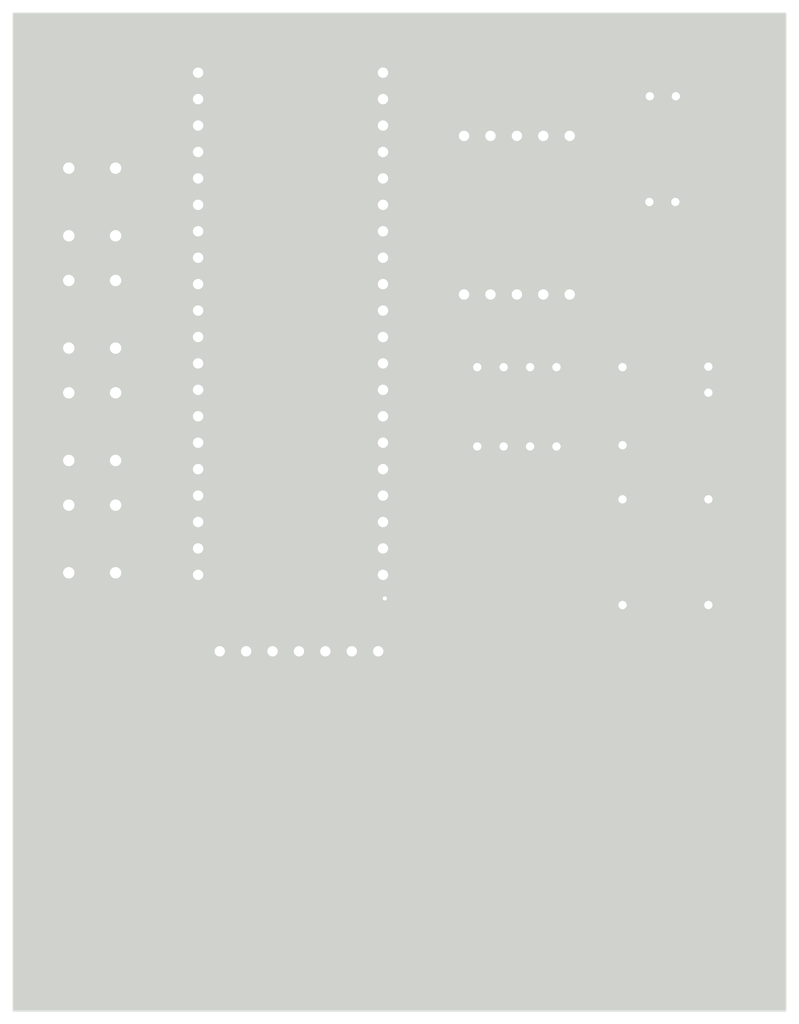
<source format=kicad_pcb>
(kicad_pcb (version 20221018) (generator pcbnew)
  (layers (0 "F.Cu" signal) (31 "B.Cu" signal) (34 "B.Paste" user) (35 "F.Paste" user) (36 "B.SilkS" user "B.Silkscreen") (37 "F.SilkS" user "F.Silkscreen") (38 "B.Mask" user) (39 "F.Mask" user) (44 "Edge.Cuts" user))
  (net 0 "")
  (net 1 "Net-(U2-ROUT)")
  (net 2 "Net-(U3-+)")
  (net 3 "GND")
  (net 4 "Net-(C3-Pad1)")
  (net 5 "Net-(C3-Pad2)")
  (net 6 "Net-(C4-Pad1)")
  (net 7 "Net-(DISP1-SCLK)")
  (net 8 "Net-(DISP1-SDA)")
  (net 9 "Net-(DISP1-RES)")
  (net 10 "Net-(DISP1-DC)")
  (net 11 "Net-(DISP1-CS)")
  (net 12 "Net-(U1-GP15)")
  (net 13 "Net-(U1-GP14)")
  (net 14 "Net-(U1-GP13)")
  (net 15 "Net-(U1-GP12)")
  (net 34 "Net-(U1-GP26{slash}ADC0)")
  (net 35 "Net-(U1-GP27{slash}ADC1)")
  (net 50 "VCC")
  (footprint "Resistor_THT:R_Axial_DIN0207_L6.3mm_D2.5mm_P10.16mm_Horizontal" (layer "F.Cu") (at 187.5 101.325 90)
    (fp_text reference "R2" (at 5.08 -2.37 90) (layer "F.SilkS"))
    (fp_text value "8")
    (pad "1" thru_hole circle (at 0 0 90) (size 1.6 1.6) (drill 0.8) (layers "*.Cu" "*.Mask") (net 3 "GND"))
    (pad "2" thru_hole oval (at 10.16 0 90) (size 1.6 1.6) (drill 0.8) (layers "*.Cu" "*.Mask") (net 4 "Net-(C3-Pad1)"))
  )
  (footprint "ECE:RDA5807M_Module_TH" (layer "F.Cu") (at 169.085 63.86 90)
    (fp_text reference "U2" (at 0.5 -8.5 90 unlocked) (layer "F.SilkS") (effects (font (size 2 2) (thickness 0.25))))
    (fp_text value "RDA5807M_Module")
    (pad "1" thru_hole rect (at -7.62 -5.08 270) (size 1.7 1.7) (drill 1) (layers "*.Cu" "*.Mask") (net 34 "Net-(U1-GP26{slash}ADC0)"))
    (pad "2" thru_hole circle (at -7.62 -2.54 270) (size 1.7 1.7) (drill 1) (layers "*.Cu" "*.Mask") (net 35 "Net-(U1-GP27{slash}ADC1)"))
    (pad "3" thru_hole circle (at -7.62 0 270) (size 1.7 1.7) (drill 1) (layers "*.Cu" "*.Mask"))
    (pad "4" thru_hole circle (at -7.62 2.54 270) (size 1.7 1.7) (drill 1) (layers "*.Cu" "*.Mask"))
    (pad "5" thru_hole circle (at -7.62 5.08 270) (size 1.7 1.7) (drill 1) (layers "*.Cu" "*.Mask") (net 50 "VCC"))
    (pad "6" thru_hole circle (at 7.62 5.08 270) (size 1.7 1.7) (drill 1) (layers "*.Cu" "*.Mask") (net 3 "GND"))
    (pad "7" thru_hole circle (at 7.62 2.54 270) (size 1.7 1.7) (drill 1) (layers "*.Cu" "*.Mask") (net 1 "Net-(U2-ROUT)"))
    (pad "8" thru_hole circle (at 7.62 0 270) (size 1.7 1.7) (drill 1) (layers "*.Cu" "*.Mask"))
    (pad "9" thru_hole circle (at 7.62 -2.54 270) (size 1.7 1.7) (drill 1) (layers "*.Cu" "*.Mask"))
    (pad "10" thru_hole circle (at 7.62 -5.08 270) (size 1.7 1.7) (drill 1) (layers "*.Cu" "*.Mask"))
  )
  (footprint "Capacitor_THT:CP_Radial_D6.3mm_P2.50mm" (layer "F.Cu") (at 187.5 80.91738 90)
    (fp_text reference "C3" (at 1.25 -4.4 90) (layer "F.SilkS"))
    (fp_text value "470uF")
    (pad "1" thru_hole rect (at 0 0 90) (size 1.6 1.6) (drill 0.8) (layers "*.Cu" "*.Mask") (net 4 "Net-(C3-Pad1)"))
    (pad "2" thru_hole circle (at 2.5 0 90) (size 1.6 1.6) (drill 0.8) (layers "*.Cu" "*.Mask") (net 5 "Net-(C3-Pad2)"))
  )
  (footprint "ECE:OLED_Display_1.3" (layer "F.Cu") (at 130.39 137.72)
    (fp_text reference "DISP1" (at 18.29 -20.46 unlocked) (layer "F.SilkS"))
    (fp_text value "OLED Display")
    (pad "1" thru_hole rect (at 10.12 -31.95 270) (size 1.7 1.7) (drill 1) (layers "*.Cu" "*.Mask") (net 3 "GND"))
    (pad "2" thru_hole circle (at 12.66 -31.95 270) (size 1.7 1.7) (drill 1) (layers "*.Cu" "*.Mask") (net 50 "VCC"))
    (pad "3" thru_hole circle (at 15.2 -31.95 270) (size 1.7 1.7) (drill 1) (layers "*.Cu" "*.Mask") (net 7 "Net-(DISP1-SCLK)"))
    (pad "4" thru_hole circle (at 17.74 -31.95 270) (size 1.7 1.7) (drill 1) (layers "*.Cu" "*.Mask") (net 8 "Net-(DISP1-SDA)"))
    (pad "5" thru_hole circle (at 20.28 -31.95 270) (size 1.7 1.7) (drill 1) (layers "*.Cu" "*.Mask") (net 9 "Net-(DISP1-RES)"))
    (pad "6" thru_hole circle (at 22.82 -31.95 270) (size 1.7 1.7) (drill 1) (layers "*.Cu" "*.Mask") (net 10 "Net-(DISP1-DC)"))
    (pad "7" thru_hole circle (at 25.36 -31.95 270) (size 1.7 1.7) (drill 1) (layers "*.Cu" "*.Mask") (net 11 "Net-(DISP1-CS)"))
  )
  (footprint "Capacitor_THT:CP_Radial_D6.3mm_P2.50mm" (layer "F.Cu") (at 181.825 62.59)
    (fp_text reference "C2" (at 1.25 -4.4) (layer "F.SilkS"))
    (fp_text value "10uF")
    (pad "1" thru_hole rect (at 0 0) (size 1.6 1.6) (drill 0.8) (layers "*.Cu" "*.Mask") (net 3 "GND"))
    (pad "2" thru_hole circle (at 2.5 0) (size 1.6 1.6) (drill 0.8) (layers "*.Cu" "*.Mask") (net 50 "VCC"))
  )
  (footprint "ECE:RPi_Pico_TH" (layer "F.Cu") (at 147.32 74.295)
    (fp_text reference "U1" (at 0 0 unlocked) (layer "F.SilkS") (effects (font (size 2 2))))
    (fp_text value "RPi_Pico_TH")
    (pad "1" thru_hole rect (at -8.89 -24.13) (size 1.7 1.7) (drill 1) (layers "*.Cu" "*.Mask"))
    (pad "2" thru_hole circle (at -8.89 -21.59) (size 1.7 1.7) (drill 1) (layers "*.Cu" "*.Mask"))
    (pad "3" thru_hole circle (at -8.89 -19.05) (size 1.7 1.7) (drill 1) (layers "*.Cu" "*.Mask") (net 3 "GND"))
    (pad "4" thru_hole circle (at -8.89 -16.51) (size 1.7 1.7) (drill 1) (layers "*.Cu" "*.Mask"))
    (pad "5" thru_hole circle (at -8.89 -13.97) (size 1.7 1.7) (drill 1) (layers "*.Cu" "*.Mask"))
    (pad "6" thru_hole circle (at -8.89 -11.43) (size 1.7 1.7) (drill 1) (layers "*.Cu" "*.Mask"))
    (pad "7" thru_hole circle (at -8.89 -8.89) (size 1.7 1.7) (drill 1) (layers "*.Cu" "*.Mask"))
    (pad "8" thru_hole circle (at -8.89 -6.35) (size 1.7 1.7) (drill 1) (layers "*.Cu" "*.Mask"))
    (pad "9" thru_hole circle (at -8.89 -3.81) (size 1.7 1.7) (drill 1) (layers "*.Cu" "*.Mask"))
    (pad "10" thru_hole circle (at -8.89 -1.27) (size 1.7 1.7) (drill 1) (layers "*.Cu" "*.Mask"))
    (pad "11" thru_hole circle (at -8.89 1.27) (size 1.7 1.7) (drill 1) (layers "*.Cu" "*.Mask"))
    (pad "12" thru_hole circle (at -8.89 3.81) (size 1.7 1.7) (drill 1) (layers "*.Cu" "*.Mask"))
    (pad "13" thru_hole circle (at -8.89 6.35) (size 1.7 1.7) (drill 1) (layers "*.Cu" "*.Mask"))
    (pad "14" thru_hole circle (at -8.89 8.89) (size 1.7 1.7) (drill 1) (layers "*.Cu" "*.Mask"))
    (pad "15" thru_hole circle (at -8.89 11.43) (size 1.7 1.7) (drill 1) (layers "*.Cu" "*.Mask"))
    (pad "16" thru_hole circle (at -8.89 13.97) (size 1.7 1.7) (drill 1) (layers "*.Cu" "*.Mask") (net 15 "Net-(U1-GP12)"))
    (pad "17" thru_hole circle (at -8.89 16.51) (size 1.7 1.7) (drill 1) (layers "*.Cu" "*.Mask") (net 14 "Net-(U1-GP13)"))
    (pad "18" thru_hole circle (at -8.89 19.05) (size 1.7 1.7) (drill 1) (layers "*.Cu" "*.Mask"))
    (pad "19" thru_hole circle (at -8.89 21.59) (size 1.7 1.7) (drill 1) (layers "*.Cu" "*.Mask") (net 13 "Net-(U1-GP14)"))
    (pad "20" thru_hole circle (at -8.89 24.13) (size 1.7 1.7) (drill 1) (layers "*.Cu" "*.Mask") (net 12 "Net-(U1-GP15)"))
    (pad "21" thru_hole circle (at 8.89 24.13) (size 1.7 1.7) (drill 1) (layers "*.Cu" "*.Mask"))
    (pad "22" thru_hole circle (at 8.89 21.59) (size 1.7 1.7) (drill 1) (layers "*.Cu" "*.Mask") (net 11 "Net-(DISP1-CS)"))
    (pad "23" thru_hole circle (at 8.89 19.05) (size 1.7 1.7) (drill 1) (layers "*.Cu" "*.Mask") (net 3 "GND"))
    (pad "24" thru_hole circle (at 8.89 16.51) (size 1.7 1.7) (drill 1) (layers "*.Cu" "*.Mask") (net 7 "Net-(DISP1-SCLK)"))
    (pad "25" thru_hole circle (at 8.89 13.97) (size 1.7 1.7) (drill 1) (layers "*.Cu" "*.Mask") (net 8 "Net-(DISP1-SDA)"))
    (pad "26" thru_hole circle (at 8.89 11.43) (size 1.7 1.7) (drill 1) (layers "*.Cu" "*.Mask") (net 10 "Net-(DISP1-DC)"))
    (pad "27" thru_hole circle (at 8.89 8.89) (size 1.7 1.7) (drill 1) (layers "*.Cu" "*.Mask") (net 9 "Net-(DISP1-RES)"))
    (pad "28" thru_hole circle (at 8.89 6.35) (size 1.7 1.7) (drill 1) (layers "*.Cu" "*.Mask"))
    (pad "29" thru_hole circle (at 8.89 3.81) (size 1.7 1.7) (drill 1) (layers "*.Cu" "*.Mask"))
    (pad "30" thru_hole circle (at 8.89 1.27) (size 1.7 1.7) (drill 1) (layers "*.Cu" "*.Mask"))
    (pad "31" thru_hole circle (at 8.89 -1.27) (size 1.7 1.7) (drill 1) (layers "*.Cu" "*.Mask") (net 34 "Net-(U1-GP26{slash}ADC0)"))
    (pad "32" thru_hole circle (at 8.89 -3.81) (size 1.7 1.7) (drill 1) (layers "*.Cu" "*.Mask") (net 35 "Net-(U1-GP27{slash}ADC1)"))
    (pad "33" thru_hole circle (at 8.89 -6.35) (size 1.7 1.7) (drill 1) (layers "*.Cu" "*.Mask"))
    (pad "34" thru_hole circle (at 8.89 -8.89) (size 1.7 1.7) (drill 1) (layers "*.Cu" "*.Mask"))
    (pad "35" thru_hole circle (at 8.89 -11.43) (size 1.7 1.7) (drill 1) (layers "*.Cu" "*.Mask"))
    (pad "36" thru_hole circle (at 8.89 -13.97) (size 1.7 1.7) (drill 1) (layers "*.Cu" "*.Mask") (net 50 "VCC"))
    (pad "37" thru_hole circle (at 8.89 -16.51) (size 1.7 1.7) (drill 1) (layers "*.Cu" "*.Mask"))
    (pad "38" thru_hole circle (at 8.89 -19.05) (size 1.7 1.7) (drill 1) (layers "*.Cu" "*.Mask") (net 3 "GND"))
    (pad "39" thru_hole circle (at 8.89 -21.59) (size 1.7 1.7) (drill 1) (layers "*.Cu" "*.Mask"))
    (pad "40" thru_hole circle (at 8.89 -24.13) (size 1.7 1.7) (drill 1) (layers "*.Cu" "*.Mask") (net 50 "VCC"))
  )
  (footprint "Resistor_THT:R_Axial_DIN0207_L6.3mm_D2.5mm_P10.16mm_Horizontal" (layer "F.Cu") (at 179.245 101.325 90)
    (fp_text reference "R1" (at 5.08 -2.37 90) (layer "F.SilkS"))
    (fp_text value "10")
    (pad "1" thru_hole circle (at 0 0 90) (size 1.6 1.6) (drill 0.8) (layers "*.Cu" "*.Mask") (net 3 "GND"))
    (pad "2" thru_hole oval (at 10.16 0 90) (size 1.6 1.6) (drill 0.8) (layers "*.Cu" "*.Mask") (net 6 "Net-(C4-Pad1)"))
  )
  (footprint "Capacitor_THT:C_Axial_L3.8mm_D2.6mm_P7.50mm_Horizontal" (layer "F.Cu") (at 179.245 85.965 90)
    (fp_text reference "C4" (at 3.75 -2.42 90) (layer "F.SilkS"))
    (fp_text value "10nF")
    (pad "1" thru_hole circle (at 0 0 90) (size 1.6 1.6) (drill 0.8) (layers "*.Cu" "*.Mask") (net 6 "Net-(C4-Pad1)"))
    (pad "2" thru_hole oval (at 7.5 0 90) (size 1.6 1.6) (drill 0.8) (layers "*.Cu" "*.Mask") (net 5 "Net-(C3-Pad2)"))
  )
  (footprint "Package_DIP:DIP-8_W7.62mm" (layer "F.Cu") (at 165.275 86.085 90)
    (fp_text reference "U3" (at 3.81 -2.33 90) (layer "F.SilkS"))
    (fp_text value "LM386")
    (pad "1" thru_hole rect (at 0 0 90) (size 1.6 1.6) (drill 0.8) (layers "*.Cu" "*.Mask"))
    (pad "2" thru_hole oval (at 0 2.54 90) (size 1.6 1.6) (drill 0.8) (layers "*.Cu" "*.Mask") (net 3 "GND"))
    (pad "3" thru_hole oval (at 0 5.08 90) (size 1.6 1.6) (drill 0.8) (layers "*.Cu" "*.Mask") (net 2 "Net-(U3-+)"))
    (pad "4" thru_hole oval (at 0 7.62 90) (size 1.6 1.6) (drill 0.8) (layers "*.Cu" "*.Mask") (net 3 "GND"))
    (pad "5" thru_hole oval (at 7.62 7.62 90) (size 1.6 1.6) (drill 0.8) (layers "*.Cu" "*.Mask") (net 5 "Net-(C3-Pad2)"))
    (pad "6" thru_hole oval (at 7.62 5.08 90) (size 1.6 1.6) (drill 0.8) (layers "*.Cu" "*.Mask") (net 50 "VCC"))
    (pad "7" thru_hole oval (at 7.62 2.54 90) (size 1.6 1.6) (drill 0.8) (layers "*.Cu" "*.Mask"))
    (pad "8" thru_hole oval (at 7.62 0 90) (size 1.6 1.6) (drill 0.8) (layers "*.Cu" "*.Mask"))
  )
  (footprint "Capacitor_THT:CP_Radial_D6.3mm_P2.50mm" (layer "F.Cu") (at 181.872621 52.43)
    (fp_text reference "C1" (at 1.25 -4.4) (layer "F.SilkS"))
    (fp_text value "10uF")
    (pad "1" thru_hole rect (at 0 0) (size 1.6 1.6) (drill 0.8) (layers "*.Cu" "*.Mask") (net 1 "Net-(U2-ROUT)"))
    (pad "2" thru_hole circle (at 2.5 0) (size 1.6 1.6) (drill 0.8) (layers "*.Cu" "*.Mask") (net 2 "Net-(U3-+)"))
  )
  (footprint "Button_Switch_THT:SW_PUSH_6mm" (layer "B.Cu") (at 125.995 91.725 -90)
    (fp_text reference "SW1" hide)
    (fp_text value "SW_Push" hide)
    (pad "1" thru_hole circle (at 0 0 180) (size 2 2) (drill 1.1) (layers "*.Cu" "*.Mask") (net 3 "GND"))
    (pad "1" thru_hole circle (at 6.5 0 180) (size 2 2) (drill 1.1) (layers "*.Cu" "*.Mask") (net 3 "GND"))
    (pad "2" thru_hole circle (at 0 -4.5 180) (size 2 2) (drill 1.1) (layers "*.Cu" "*.Mask") (net 12 "Net-(U1-GP15)"))
    (pad "2" thru_hole circle (at 6.5 -4.5 180) (size 2 2) (drill 1.1) (layers "*.Cu" "*.Mask") (net 12 "Net-(U1-GP15)"))
  )
  (footprint "Button_Switch_THT:SW_PUSH_6mm" (layer "B.Cu") (at 125.995 59.34 -90)
    (fp_text reference "SW4" (at 3.25 2 -270) (layer "B.SilkS") (effects (justify mirror)))
    (fp_text value "SW_Push" hide)
    (pad "1" thru_hole circle (at 0 0 180) (size 2 2) (drill 1.1) (layers "*.Cu" "*.Mask") (net 3 "GND"))
    (pad "1" thru_hole circle (at 6.5 0 180) (size 2 2) (drill 1.1) (layers "*.Cu" "*.Mask") (net 3 "GND"))
    (pad "2" thru_hole circle (at 0 -4.5 180) (size 2 2) (drill 1.1) (layers "*.Cu" "*.Mask") (net 15 "Net-(U1-GP12)"))
    (pad "2" thru_hole circle (at 6.5 -4.5 180) (size 2 2) (drill 1.1) (layers "*.Cu" "*.Mask") (net 15 "Net-(U1-GP12)"))
  )
  (footprint "Button_Switch_THT:SW_PUSH_6mm" (layer "B.Cu") (at 125.995 80.93 -90)
    (fp_text reference "SW2" (at 3.25 2 -270) (layer "B.SilkS") (effects (justify mirror)))
    (fp_text value "SW_Push" hide)
    (pad "1" thru_hole circle (at 0 0 180) (size 2 2) (drill 1.1) (layers "*.Cu" "*.Mask") (net 3 "GND"))
    (pad "1" thru_hole circle (at 6.5 0 180) (size 2 2) (drill 1.1) (layers "*.Cu" "*.Mask") (net 3 "GND"))
    (pad "2" thru_hole circle (at 0 -4.5 180) (size 2 2) (drill 1.1) (layers "*.Cu" "*.Mask") (net 13 "Net-(U1-GP14)"))
    (pad "2" thru_hole circle (at 6.5 -4.5 180) (size 2 2) (drill 1.1) (layers "*.Cu" "*.Mask") (net 13 "Net-(U1-GP14)"))
  )
  (footprint "Button_Switch_THT:SW_PUSH_6mm" (layer "B.Cu") (at 125.995 70.135 -90)
    (fp_text reference "SW3" (at 3.25 2 -270) (layer "B.SilkS") (effects (justify mirror)))
    (fp_text value "SW_Push" hide)
    (pad "1" thru_hole circle (at 0 0 180) (size 2 2) (drill 1.1) (layers "*.Cu" "*.Mask") (net 3 "GND"))
    (pad "1" thru_hole circle (at 6.5 0 180) (size 2 2) (drill 1.1) (layers "*.Cu" "*.Mask") (net 3 "GND"))
    (pad "2" thru_hole circle (at 0 -4.5 180) (size 2 2) (drill 1.1) (layers "*.Cu" "*.Mask") (net 14 "Net-(U1-GP13)"))
    (pad "2" thru_hole circle (at 6.5 -4.5 180) (size 2 2) (drill 1.1) (layers "*.Cu" "*.Mask") (net 14 "Net-(U1-GP13)"))
  )
  (gr_rect (start 120.65 44.45) (end 194.945 140.335) (stroke (width 0.1)) (fill none) (layer "Edge.Cuts"))
  (segment (start 174.165 52.43) (end 181.15 52.43) (width 0.25) (layer "F.Cu") (net 1))
  (segment (start 171.625 56.24) (end 171.625 54.97) (width 0.25) (layer "F.Cu") (net 1))
  (segment (start 171.625 54.97) (end 174.165 52.43) (width 0.25) (layer "F.Cu") (net 1))
  (segment (start 188.77 87.99) (end 171.625 87.99) (width 0.25) (layer "F.Cu") (net 2))
  (segment (start 191.31 85.45) (end 188.77 87.99) (width 0.25) (layer "F.Cu") (net 2))
  (segment (start 191.31 56.875) (end 191.31 85.45) (width 0.25) (layer "F.Cu") (net 2))
  (segment (start 184.372621 52.43) (end 186.865 52.43) (width 0.25) (layer "F.Cu") (net 2))
  (segment (start 171.625 87.99) (end 170.355 86.72) (width 0.25) (layer "F.Cu") (net 2))
  (segment (start 186.865 52.43) (end 191.31 56.875) (width 0.25) (layer "F.Cu") (net 2))
  (segment (start 170.355 86.72) (end 170.355 86.085) (width 0.25) (layer "F.Cu") (net 2))
  (segment (start 160.195 94.975) (end 160.195 100.055) (width 0.25) (layer "F.Cu") (net 3))
  (segment (start 140.51 102.595) (end 140.51 105.77) (width 0.25) (layer "F.Cu") (net 3))
  (segment (start 174.165 56.24) (end 180.515 62.59) (width 0.25) (layer "F.Cu") (net 3))
  (segment (start 156.21 93.345) (end 158.565 93.345) (width 0.25) (layer "F.Cu") (net 3))
  (segment (start 159.745 58.78) (end 172.26 58.78) (width 0.25) (layer "F.Cu") (net 3))
  (segment (start 156.21 55.245) (end 159.745 58.78) (width 0.25) (layer "F.Cu") (net 3))
  (segment (start 174.165 56.875) (end 174.165 56.24) (width 0.25) (layer "F.Cu") (net 3))
  (segment (start 158.29 101.96) (end 141.145 101.96) (width 0.25) (layer "F.Cu") (net 3))
  (segment (start 180.515 62.59) (end 181.825 62.59) (width 0.25) (layer "F.Cu") (net 3))
  (segment (start 172.26 58.78) (end 174.165 56.875) (width 0.25) (layer "F.Cu") (net 3))
  (segment (start 141.145 101.96) (end 140.51 102.595) (width 0.25) (layer "F.Cu") (net 3))
  (segment (start 160.195 100.055) (end 158.29 101.96) (width 0.25) (layer "F.Cu") (net 3))
  (segment (start 158.565 93.345) (end 160.195 94.975) (width 0.25) (layer "F.Cu") (net 3))
  (segment (start 172.895 98.785) (end 172.895 86.085) (width 0.25) (layer "B.Cu") (net 3))
  (segment (start 167.815 84.815) (end 168.45 84.18) (width 0.25) (layer "B.Cu") (net 3))
  (segment (start 168.45 84.18) (end 172.26 84.18) (width 0.25) (layer "B.Cu") (net 3))
  (segment (start 172.26 84.18) (end 172.895 84.815) (width 0.25) (layer "B.Cu") (net 3))
  (segment (start 125.995 91.725) (end 125.995 98.225) (width 0.25) (layer "B.Cu") (net 3))
  (segment (start 187.5 101.325) (end 179.245 101.325) (width 0.25) (layer "B.Cu") (net 3))
  (segment (start 175.435 101.325) (end 172.895 98.785) (width 0.25) (layer "B.Cu") (net 3))
  (segment (start 179.245 101.325) (end 175.435 101.325) (width 0.25) (layer "B.Cu") (net 3))
  (segment (start 125.995 59.34) (end 130.09 55.245) (width 0.25) (layer "B.Cu") (net 3))
  (segment (start 125.995 87.43) (end 125.995 91.725) (width 0.25) (layer "B.Cu") (net 3))
  (segment (start 125.995 76.635) (end 125.995 80.93) (width 0.25) (layer "B.Cu") (net 3))
  (segment (start 172.895 84.815) (end 172.895 86.085) (width 0.25) (layer "B.Cu") (net 3))
  (segment (start 125.995 70.135) (end 125.995 76.635) (width 0.25) (layer "B.Cu") (net 3))
  (segment (start 125.995 80.93) (end 125.995 87.43) (width 0.25) (layer "B.Cu") (net 3))
  (segment (start 125.995 65.84) (end 125.995 70.135) (width 0.25) (layer "B.Cu") (net 3))
  (segment (start 130.09 55.245) (end 138.43 55.245) (width 0.25) (layer "B.Cu") (net 3))
  (segment (start 167.815 86.085) (end 167.815 84.815) (width 0.25) (layer "B.Cu") (net 3))
  (segment (start 125.995 59.34) (end 125.995 65.84) (width 0.25) (layer "B.Cu") (net 3))
  (segment (start 187.5 80.91738) (end 187.5 91.165) (width 0.25) (layer "B.Cu") (net 4))
  (segment (start 179.245 78.465) (end 187.45238 78.465) (width 0.25) (layer "F.Cu") (net 5))
  (segment (start 187.45238 78.465) (end 187.5 78.41738) (width 0.25) (layer "F.Cu") (net 5))
  (segment (start 172.895 78.465) (end 179.245 78.465) (width 0.25) (layer "F.Cu") (net 5))
  (segment (start 179.245 85.965) (end 179.245 91.165) (width 0.25) (layer "B.Cu") (net 6))
  (segment (start 146.41 103.045) (end 145.59 103.865) (width 0.25) (layer "F.Cu") (net 7))
  (segment (start 161.465 93.07) (end 161.465 100.69) (width 0.25) (layer "F.Cu") (net 7))
  (segment (start 145.59 103.865) (end 145.59 105.77) (width 0.25) (layer "F.Cu") (net 7))
  (segment (start 161.465 100.69) (end 159.11 103.045) (width 0.25) (layer "F.Cu") (net 7))
  (segment (start 159.11 103.045) (end 146.41 103.045) (width 0.25) (layer "F.Cu") (net 7))
  (segment (start 156.21 90.805) (end 159.2 90.805) (width 0.25) (layer "F.Cu") (net 7))
  (segment (start 159.2 90.805) (end 161.465 93.07) (width 0.25) (layer "F.Cu") (net 7))
  (segment (start 162.735 91.165) (end 162.735 101.325) (width 0.25) (layer "F.Cu") (net 8))
  (segment (start 156.21 88.265) (end 159.835 88.265) (width 0.25) (layer "F.Cu") (net 8))
  (segment (start 159.835 88.265) (end 162.735 91.165) (width 0.25) (layer "F.Cu") (net 8))
  (segment (start 148.13 103.865) (end 148.13 105.77) (width 0.25) (layer "F.Cu") (net 8))
  (segment (start 160.195 103.865) (end 148.13 103.865) (width 0.25) (layer "F.Cu") (net 8))
  (segment (start 162.735 101.325) (end 160.195 103.865) (width 0.25) (layer "F.Cu") (net 8))
  (segment (start 158.29 108.945) (end 151.305 108.945) (width 0.25) (layer "F.Cu") (net 9))
  (segment (start 165.275 101.96) (end 158.29 108.945) (width 0.25) (layer "F.Cu") (net 9))
  (segment (start 159.835 83.185) (end 165.275 88.625) (width 0.25) (layer "F.Cu") (net 9))
  (segment (start 151.305 108.945) (end 150.67 108.31) (width 0.25) (layer "F.Cu") (net 9))
  (segment (start 150.67 108.31) (end 150.67 105.77) (width 0.25) (layer "F.Cu") (net 9))
  (segment (start 156.21 83.185) (end 159.835 83.185) (width 0.25) (layer "F.Cu") (net 9))
  (segment (start 165.275 88.625) (end 165.275 101.96) (width 0.25) (layer "F.Cu") (net 9))
  (segment (start 153.21 107.675) (end 153.21 105.77) (width 0.25) (layer "F.Cu") (net 10))
  (segment (start 164.005 89.895) (end 164.005 101.325) (width 0.25) (layer "F.Cu") (net 10))
  (segment (start 159.835 85.725) (end 164.005 89.895) (width 0.25) (layer "F.Cu") (net 10))
  (segment (start 164.005 101.325) (end 157.655 107.675) (width 0.25) (layer "F.Cu") (net 10))
  (segment (start 157.655 107.675) (end 153.21 107.675) (width 0.25) (layer "F.Cu") (net 10))
  (segment (start 156.21 85.725) (end 159.835 85.725) (width 0.25) (layer "F.Cu") (net 10))
  (segment (start 156.21 95.885) (end 157.93 95.885) (width 0.25) (layer "F.Cu") (net 11))
  (segment (start 158.925 99.42) (end 157.655 100.69) (width 0.25) (layer "F.Cu") (net 11))
  (segment (start 157.655 100.69) (end 156.385 100.69) (width 0.25) (layer "F.Cu") (net 11))
  (segment (start 158.925 96.88) (end 158.925 99.42) (width 0.25) (layer "F.Cu") (net 11))
  (segment (start 157.93 95.885) (end 158.925 96.88) (width 0.25) (layer "F.Cu") (net 11))
  (via (at 156.385 100.69) (size 0.8) (drill 0.4) (layers "F.Cu" "B.Cu") (net 11))
  (segment (start 155.75 101.325) (end 155.75 105.77) (width 0.25) (layer "B.Cu") (net 11))
  (segment (start 156.385 100.69) (end 155.75 101.325) (width 0.25) (layer "B.Cu") (net 11))
  (segment (start 130.695 98.425) (end 130.495 98.225) (width 0.25) (layer "B.Cu") (net 12))
  (segment (start 138.43 98.425) (end 130.695 98.425) (width 0.25) (layer "B.Cu") (net 12))
  (segment (start 132.33 87.43) (end 130.495 87.43) (width 0.25) (layer "B.Cu") (net 13))
  (segment (start 133.525 88.625) (end 132.33 87.43) (width 0.25) (layer "B.Cu") (net 13))
  (segment (start 138.43 95.885) (end 133.525 90.98) (width 0.25) (layer "B.Cu") (net 13))
  (segment (start 133.525 90.98) (end 133.525 88.625) (width 0.25) (layer "B.Cu") (net 13))
  (segment (start 132.255 77.195) (end 131.055 77.195) (width 0.25) (layer "B.Cu") (net 14))
  (segment (start 133.525 85.9) (end 133.525 78.465) (width 0.25) (layer "B.Cu") (net 14))
  (segment (start 138.43 90.805) (end 133.525 85.9) (width 0.25) (layer "B.Cu") (net 14))
  (segment (start 131.055 77.195) (end 130.495 76.635) (width 0.25) (layer "B.Cu") (net 14))
  (segment (start 133.525 78.465) (end 132.255 77.195) (width 0.25) (layer "B.Cu") (net 14))
  (segment (start 130.495 76.635) (end 130.495 70.135) (width 0.25) (layer "B.Cu") (net 14))
  (segment (start 138.43 88.265) (end 135.43 85.265) (width 0.25) (layer "B.Cu") (net 15))
  (segment (start 135.43 68.305) (end 132.965 65.84) (width 0.25) (layer "B.Cu") (net 15))
  (segment (start 135.43 85.265) (end 135.43 68.305) (width 0.25) (layer "B.Cu") (net 15))
  (segment (start 132.965 65.84) (end 130.495 65.84) (width 0.25) (layer "B.Cu") (net 15))
  (segment (start 130.495 65.84) (end 130.495 59.34) (width 0.25) (layer "B.Cu") (net 15))
  (segment (start 162.46 73.025) (end 164.005 71.48) (width 0.25) (layer "F.Cu") (net 34))
  (segment (start 156.21 73.025) (end 162.46 73.025) (width 0.25) (layer "F.Cu") (net 34))
  (segment (start 157.755 68.94) (end 165.275 68.94) (width 0.25) (layer "F.Cu") (net 35))
  (segment (start 156.21 70.485) (end 157.755 68.94) (width 0.25) (layer "F.Cu") (net 35))
  (segment (start 165.275 68.94) (end 166.545 70.21) (width 0.25) (layer "F.Cu") (net 35))
  (segment (start 166.545 70.21) (end 166.545 71.48) (width 0.25) (layer "F.Cu") (net 35))
  (segment (start 171.265 60.325) (end 174.165 63.225) (width 0.25) (layer "F.Cu") (net 50))
  (segment (start 174.165 63.225) (end 174.165 71.48) (width 0.25) (layer "F.Cu") (net 50))
  (segment (start 156.21 60.325) (end 171.265 60.325) (width 0.25) (layer "F.Cu") (net 50))
  (segment (start 184.325 62.59) (end 184.325 66.4) (width 0.25) (layer "B.Cu") (net 50))
  (segment (start 175.71 50.165) (end 184.325 58.78) (width 0.25) (layer "B.Cu") (net 50))
  (segment (start 176.07 74.655) (end 172.26 74.655) (width 0.25) (layer "B.Cu") (net 50))
  (segment (start 172.26 74.655) (end 170.355 76.56) (width 0.25) (layer "B.Cu") (net 50))
  (segment (start 170.355 76.56) (end 170.355 78.465) (width 0.25) (layer "B.Cu") (net 50))
  (segment (start 156.21 50.165) (end 175.71 50.165) (width 0.25) (layer "B.Cu") (net 50))
  (segment (start 184.325 58.78) (end 184.325 62.59) (width 0.25) (layer "B.Cu") (net 50))
  (segment (start 184.325 66.4) (end 176.07 74.655) (width 0.25) (layer "B.Cu") (net 50))
  (zone (net 0) (net_name "") (layer "Edge.Cuts") (connect_pads (clearance 0.5)) (min_thickness 0.25) (fill yes (thermal_gap 0.5) (thermal_bridge_width 0.5))
    (polygon (pts (xy 119.38 43.18) (xy 196.215 43.18) (xy 196.215 141.605) (xy 119.38 141.605)))
  )
)
</source>
